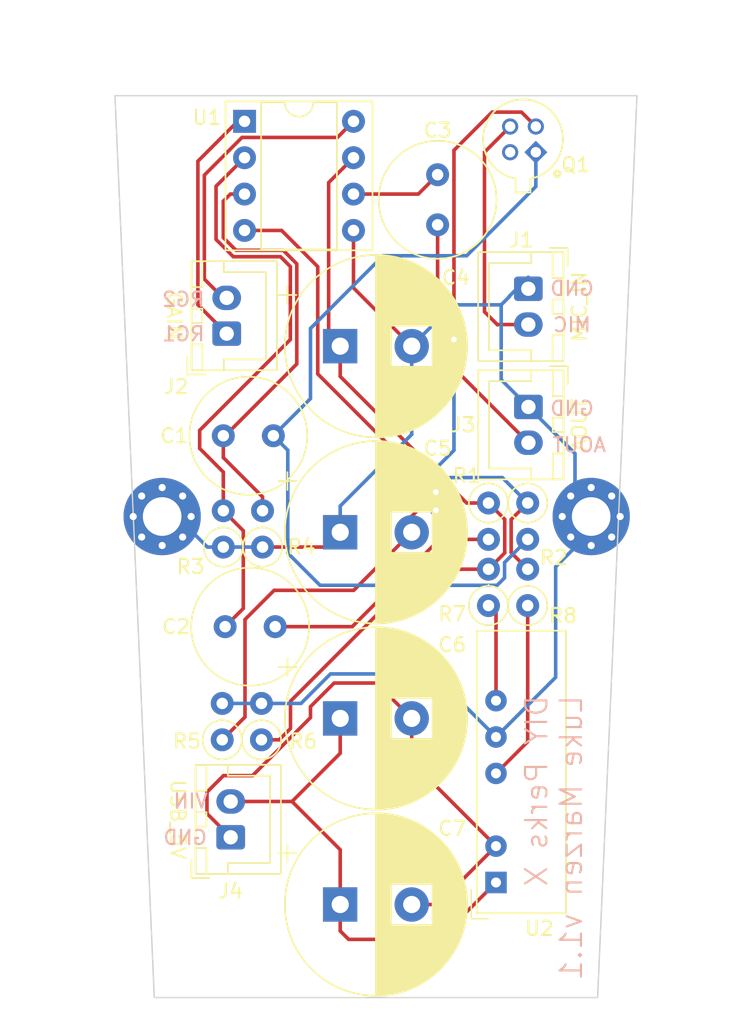
<source format=kicad_pcb>
(kicad_pcb (version 20211014) (generator pcbnew)
  (layers (0 "F.Cu" signal) (31 "B.Cu" signal) (34 "B.Paste" user) (35 "F.Paste" user) (36 "B.SilkS" user "B.Silkscreen") (37 "F.SilkS" user "F.Silkscreen") (38 "B.Mask" user) (39 "F.Mask" user) (44 "Edge.Cuts" user))
  (net 0 "")
  (net 1 "Net-(C1-Pad2)")
  (net 2 "Net-(C2-Pad2)")
  (net 3 "Net-(J1-Pad2)")
  (net 5 "Net-(R8-Pad1)")
  (net 6 "Net-(C5-Pad2)")
  (net 7 "Net-(R7-Pad1)")
  (net 8 "Net-(C4-Pad1)")
  (net 9 "GNDREF")
  (net 10 "Net-(C1-Pad1)")
  (net 11 "Net-(C2-Pad1)")
  (net 12 "Net-(J2-Pad1)")
  (net 13 "Net-(C3-Pad2)")
  (net 14 "Net-(J2-Pad2)")
  (net 15 "Net-(C6-Pad1)")
  (net 16 "Net-(C6-Pad2)")
  (net 17 "Net-(C3-Pad1)")
  (footprint "MountingHole:MountingHole_2.7mm_Pad_Via" (layer "F.Cu") (at 123.26 110.49)
    (fp_text reference "REF**" hide)
    (fp_text value "MountingHole_2.7mm_Pad_Via")
    (pad "1" thru_hole circle locked (at -1.431891 -1.431891) (size 0.8 0.8) (drill 0.5) (layers *.Cu *.Mask))
    (pad "1" thru_hole circle locked (at 2.025 0) (size 0.8 0.8) (drill 0.5) (layers *.Cu *.Mask))
    (pad "1" thru_hole circle locked (at 0 0) (size 5.4 5.4) (drill 2.7) (layers *.Cu *.Mask) (net 9 "GNDREF"))
    (pad "1" thru_hole circle locked (at 1.431891 -1.431891) (size 0.8 0.8) (drill 0.5) (layers *.Cu *.Mask))
    (pad "1" thru_hole circle locked (at 0 -2.025) (size 0.8 0.8) (drill 0.5) (layers *.Cu *.Mask))
    (pad "1" thru_hole circle locked (at -1.431891 1.431891) (size 0.8 0.8) (drill 0.5) (layers *.Cu *.Mask))
    (pad "1" thru_hole circle locked (at 1.431891 1.431891) (size 0.8 0.8) (drill 0.5) (layers *.Cu *.Mask))
    (pad "1" thru_hole circle locked (at -2.025 0) (size 0.8 0.8) (drill 0.5) (layers *.Cu *.Mask))
    (pad "1" thru_hole circle locked (at 0 2.025) (size 0.8 0.8) (drill 0.5) (layers *.Cu *.Mask))
  )
  (footprint "Package_DIP:DIP-8_W7.62mm_Socket" (layer "F.Cu") (at 99.0192 82.886)
    (fp_text reference "U1" (at -2.6262 -0.264) (layer "F.SilkS"))
    (fp_text value "THAT1512")
    (pad "1" thru_hole rect (at 0 0) (size 1.6 1.6) (drill 0.8) (layers *.Cu *.Mask) (net 12 "Net-(J2-Pad1)"))
    (pad "2" thru_hole oval (at 0 2.54) (size 1.6 1.6) (drill 0.8) (layers *.Cu *.Mask) (net 11 "Net-(C2-Pad1)"))
    (pad "3" thru_hole oval (at 0 5.08) (size 1.6 1.6) (drill 0.8) (layers *.Cu *.Mask) (net 10 "Net-(C1-Pad1)"))
    (pad "4" thru_hole oval (at 0 7.62) (size 1.6 1.6) (drill 0.8) (layers *.Cu *.Mask) (net 6 "Net-(C5-Pad2)"))
    (pad "5" thru_hole oval (at 7.62 7.62) (size 1.6 1.6) (drill 0.8) (layers *.Cu *.Mask) (net 9 "GNDREF"))
    (pad "6" thru_hole oval (at 7.62 5.08) (size 1.6 1.6) (drill 0.8) (layers *.Cu *.Mask) (net 13 "Net-(C3-Pad2)"))
    (pad "7" thru_hole oval (at 7.62 2.54) (size 1.6 1.6) (drill 0.8) (layers *.Cu *.Mask) (net 8 "Net-(C4-Pad1)"))
    (pad "8" thru_hole oval (at 7.62 0) (size 1.6 1.6) (drill 0.8) (layers *.Cu *.Mask) (net 14 "Net-(J2-Pad2)"))
  )
  (footprint "Resistor_THT:R_Axial_DIN0207_L6.3mm_D2.5mm_P2.54mm_Vertical" (layer "F.Cu") (at 116.0782 116.7088 90)
    (fp_text reference "R7" (at -0.5842 -2.5402) (layer "F.SilkS"))
    (fp_text value "100")
    (pad "1" thru_hole circle (at 0 0 90) (size 1.6 1.6) (drill 0.8) (layers *.Cu *.Mask) (net 7 "Net-(R7-Pad1)"))
    (pad "2" thru_hole oval (at 2.54 0 90) (size 1.6 1.6) (drill 0.8) (layers *.Cu *.Mask) (net 8 "Net-(C4-Pad1)"))
  )
  (footprint "Capacitor_THT:C_Radial_D8.0mm_H11.5mm_P3.50mm" (layer "F.Cu") (at 112.522 90.115 90)
    (fp_text reference "C3" (at 6.604 0) (layer "F.SilkS"))
    (fp_text value "22uf 35v")
    (pad "1" thru_hole circle (at 0 0 90) (size 1.6 1.6) (drill 0.8) (layers *.Cu *.Mask) (net 17 "Net-(C3-Pad1)"))
    (pad "2" thru_hole circle (at 3.5 0 90) (size 1.6 1.6) (drill 0.8) (layers *.Cu *.Mask) (net 13 "Net-(C3-Pad2)"))
  )
  (footprint "mic:TO127P584H533-4" (layer "F.Cu") (at 118.491 84.146 135)
    (fp_text reference "Q1" (at -3.86151 1.347038 180) (layer "F.SilkS"))
    (fp_text value "2N4416")
    (pad "1" thru_hole rect (at -1.27 0 135) (size 1.13 1.13) (drill 0.73) (layers *.Cu *.Mask) (net 1 "Net-(C1-Pad2)"))
    (pad "2" thru_hole circle (at 0 1.27 135) (size 1.13 1.13) (drill 0.73) (layers *.Cu *.Mask) (net 2 "Net-(C2-Pad2)"))
    (pad "3" thru_hole circle (at 1.27 0 135) (size 1.13 1.13) (drill 0.73) (layers *.Cu *.Mask) (net 3 "Net-(J1-Pad2)"))
    (pad "4" thru_hole circle (at 0 -1.27 135) (size 1.13 1.13) (drill 0.73) (layers *.Cu *.Mask))
  )
  (footprint "Connector_JST:JST_XH_B2B-XH-A_1x02_P2.50mm_Vertical" (layer "F.Cu") (at 118.872 102.835 -90)
    (fp_text reference "J3" (at 1.25 4.5636) (layer "F.SilkS"))
    (fp_text value "AUDIO_OUT")
    (pad "1" thru_hole roundrect (at 0 0 270) (size 1.7 2) (drill 1) (layers *.Cu *.Mask) (roundrect_rratio 0.1470588235) (net 9 "GNDREF"))
    (pad "2" thru_hole oval (at 2.5 0 270) (size 1.7 2) (drill 1) (layers *.Cu *.Mask) (net 17 "Net-(C3-Pad1)"))
  )
  (footprint "Connector_JST:JST_XH_B2B-XH-A_1x02_P2.50mm_Vertical" (layer "F.Cu") (at 118.8636 94.58 -90)
    (fp_text reference "J1" (at -3.4036 0.4996) (layer "F.SilkS"))
    (fp_text value "MIC_IN")
    (pad "1" thru_hole roundrect (at 0 0 270) (size 1.7 2) (drill 1) (layers *.Cu *.Mask) (roundrect_rratio 0.1470588235) (net 9 "GNDREF"))
    (pad "2" thru_hole oval (at 2.5 0 270) (size 1.7 2) (drill 1) (layers *.Cu *.Mask) (net 3 "Net-(J1-Pad2)"))
  )
  (footprint "Resistor_THT:R_Axial_DIN0207_L6.3mm_D2.5mm_P2.54mm_Vertical" (layer "F.Cu") (at 116.078 109.546 -90)
    (fp_text reference "R1" (at -1.905 1.524) (layer "F.SilkS"))
    (fp_text value "2.2k")
    (pad "1" thru_hole circle (at 0 0 270) (size 1.6 1.6) (drill 0.8) (layers *.Cu *.Mask) (net 8 "Net-(C4-Pad1)"))
    (pad "2" thru_hole oval (at 2.54 0 270) (size 1.6 1.6) (drill 0.8) (layers *.Cu *.Mask) (net 2 "Net-(C2-Pad2)"))
  )
  (footprint "Capacitor_THT:C_Radial_D8.0mm_H11.5mm_P3.50mm" (layer "F.Cu") (at 97.536 104.847)
    (fp_text reference "C1" (at -3.429 0) (layer "F.SilkS"))
    (fp_text value "22uf 35v")
    (pad "1" thru_hole circle (at 0 0) (size 1.6 1.6) (drill 0.8) (layers *.Cu *.Mask) (net 10 "Net-(C1-Pad1)"))
    (pad "2" thru_hole circle (at 3.5 0) (size 1.6 1.6) (drill 0.8) (layers *.Cu *.Mask) (net 1 "Net-(C1-Pad2)"))
  )
  (footprint "MountingHole:MountingHole_2.7mm_Pad_Via" (layer "F.Cu") (at 93.26 110.49)
    (fp_text reference "REF**" hide)
    (fp_text value "MountingHole_2.7mm_Pad_Via")
    (pad "1" thru_hole circle locked (at 0 0) (size 5.4 5.4) (drill 2.7) (layers *.Cu *.Mask) (net 9 "GNDREF"))
    (pad "1" thru_hole circle locked (at 0 2.025) (size 0.8 0.8) (drill 0.5) (layers *.Cu *.Mask))
    (pad "1" thru_hole circle locked (at 2.025 0) (size 0.8 0.8) (drill 0.5) (layers *.Cu *.Mask))
    (pad "1" thru_hole circle locked (at 0 -2.025) (size 0.8 0.8) (drill 0.5) (layers *.Cu *.Mask))
    (pad "1" thru_hole circle locked (at 1.431891 -1.431891) (size 0.8 0.8) (drill 0.5) (layers *.Cu *.Mask))
    (pad "1" thru_hole circle locked (at 1.431891 1.431891) (size 0.8 0.8) (drill 0.5) (layers *.Cu *.Mask))
    (pad "1" thru_hole circle locked (at -1.431891 -1.431891) (size 0.8 0.8) (drill 0.5) (layers *.Cu *.Mask))
    (pad "1" thru_hole circle locked (at -1.431891 1.431891) (size 0.8 0.8) (drill 0.5) (layers *.Cu *.Mask))
    (pad "1" thru_hole circle locked (at -2.025 0) (size 0.8 0.8) (drill 0.5) (layers *.Cu *.Mask))
  )
  (footprint "Connector_JST:JST_XH_B2B-XH-A_1x02_P2.50mm_Vertical" (layer "F.Cu") (at 98.0524 132.894 90)
    (fp_text reference "J4" (at -3.7538 -0.0084) (layer "F.SilkS"))
    (fp_text value "5v USB")
    (pad "1" thru_hole roundrect (at 0 0 90) (size 1.7 2) (drill 1) (layers *.Cu *.Mask) (roundrect_rratio 0.1470588235) (net 16 "Net-(C6-Pad2)"))
    (pad "2" thru_hole oval (at 2.5 0 90) (size 1.7 2) (drill 1) (layers *.Cu *.Mask) (net 15 "Net-(C6-Pad1)"))
  )
  (footprint "Capacitor_THT:CP_Radial_D12.5mm_P5.00mm" (layer "F.Cu") (at 105.71 98.59)
    (fp_text reference "C4" (at 8.082 -4.792) (layer "F.SilkS"))
    (fp_text value "2200uf 16v")
    (pad "1" thru_hole rect (at 0 0) (size 2.4 2.4) (drill 1.2) (layers *.Cu *.Mask) (net 8 "Net-(C4-Pad1)"))
    (pad "2" thru_hole circle (at 5 0) (size 2.4 2.4) (drill 1.2) (layers *.Cu *.Mask) (net 9 "GNDREF"))
  )
  (footprint "Capacitor_THT:C_Radial_D8.0mm_H11.5mm_P3.50mm" (layer "F.Cu") (at 97.663 118.182)
    (fp_text reference "C2" (at -3.429 0) (layer "F.SilkS"))
    (fp_text value "22uf 35v")
    (pad "1" thru_hole circle (at 0 0) (size 1.6 1.6) (drill 0.8) (layers *.Cu *.Mask) (net 11 "Net-(C2-Pad1)"))
    (pad "2" thru_hole circle (at 3.5 0) (size 1.6 1.6) (drill 0.8) (layers *.Cu *.Mask) (net 2 "Net-(C2-Pad2)"))
  )
  (footprint "Capacitor_THT:CP_Radial_D12.5mm_P5.00mm" (layer "F.Cu") (at 105.71 111.59)
    (fp_text reference "C5" (at 6.812 -5.854) (layer "F.SilkS"))
    (fp_text value "2200uf 16v")
    (pad "1" thru_hole rect (at 0 0) (size 2.4 2.4) (drill 1.2) (layers *.Cu *.Mask) (net 9 "GNDREF"))
    (pad "2" thru_hole circle (at 5 0) (size 2.4 2.4) (drill 1.2) (layers *.Cu *.Mask) (net 6 "Net-(C5-Pad2)"))
  )
  (footprint "Resistor_THT:R_Axial_DIN0207_L6.3mm_D2.5mm_P2.54mm_Vertical" (layer "F.Cu") (at 118.8212 116.7088 90)
    (fp_text reference "R8" (at -0.7112 2.4638) (layer "F.SilkS"))
    (fp_text value "100")
    (pad "1" thru_hole circle (at 0 0 90) (size 1.6 1.6) (drill 0.8) (layers *.Cu *.Mask) (net 5 "Net-(R8-Pad1)"))
    (pad "2" thru_hole oval (at 2.54 0 90) (size 1.6 1.6) (drill 0.8) (layers *.Cu *.Mask) (net 6 "Net-(C5-Pad2)"))
  )
  (footprint "Converter_DCDC:Converter_DCDC_Murata_NMAxxxxSC_THT" (layer "F.Cu") (at 116.6045 136.0515 180)
    (fp_text reference "U2" (at -3.0295 -3.2125) (layer "F.SilkS"))
    (fp_text value "NMA0515SC")
    (pad "1" thru_hole rect (at 0 0 180) (size 1.5 1.5) (drill 0.7) (layers *.Cu *.Mask) (net 15 "Net-(C6-Pad1)"))
    (pad "2" thru_hole oval (at 0 2.54 180) (size 1.5 1.5) (drill 0.7) (layers *.Cu *.Mask) (net 16 "Net-(C6-Pad2)"))
    (pad "4" thru_hole oval (at 0 7.62 180) (size 1.5 1.5) (drill 0.7) (layers *.Cu *.Mask) (net 5 "Net-(R8-Pad1)"))
    (pad "5" thru_hole oval (at 0 10.16 180) (size 1.5 1.5) (drill 0.7) (layers *.Cu *.Mask) (net 9 "GNDREF"))
    (pad "6" thru_hole oval (at 0 12.7 180) (size 1.5 1.5) (drill 0.7) (layers *.Cu *.Mask) (net 7 "Net-(R7-Pad1)"))
  )
  (footprint "Capacitor_THT:CP_Radial_D12.5mm_P5.00mm" (layer "F.Cu") (at 105.71 137.59)
    (fp_text reference "C7" (at 7.828 -5.311) (layer "F.SilkS"))
    (fp_text value "2200uf 16v")
    (pad "1" thru_hole rect (at 0 0) (size 2.4 2.4) (drill 1.2) (layers *.Cu *.Mask) (net 15 "Net-(C6-Pad1)"))
    (pad "2" thru_hole circle (at 5 0) (size 2.4 2.4) (drill 1.2) (layers *.Cu *.Mask) (net 16 "Net-(C6-Pad2)"))
  )
  (footprint "Resistor_THT:R_Axial_DIN0207_L6.3mm_D2.5mm_P2.54mm_Vertical" (layer "F.Cu") (at 100.2792 112.623 90)
    (fp_text reference "R4" (at 0.029 2.7178) (layer "F.SilkS"))
    (fp_text value "3.9k")
    (pad "1" thru_hole circle (at 0 0 90) (size 1.6 1.6) (drill 0.8) (layers *.Cu *.Mask) (net 9 "GNDREF"))
    (pad "2" thru_hole oval (at 2.54 0 90) (size 1.6 1.6) (drill 0.8) (layers *.Cu *.Mask) (net 10 "Net-(C1-Pad1)"))
  )
  (footprint "Resistor_THT:R_Axial_DIN0207_L6.3mm_D2.5mm_P2.54mm_Vertical" (layer "F.Cu") (at 97.536 112.623 90)
    (fp_text reference "R3" (at -1.368 -2.286) (layer "F.SilkS"))
    (fp_text value "3.9k")
    (pad "1" thru_hole circle (at 0 0 90) (size 1.6 1.6) (drill 0.8) (layers *.Cu *.Mask) (net 9 "GNDREF"))
    (pad "2" thru_hole oval (at 2.54 0 90) (size 1.6 1.6) (drill 0.8) (layers *.Cu *.Mask) (net 11 "Net-(C2-Pad1)"))
  )
  (footprint "Resistor_THT:R_Axial_DIN0207_L6.3mm_D2.5mm_P2.54mm_Vertical" (layer "F.Cu") (at 100.203 126.085 90)
    (fp_text reference "R6" (at -0.098 2.921) (layer "F.SilkS"))
    (fp_text value "2.2k")
    (pad "1" thru_hole circle (at 0 0 90) (size 1.6 1.6) (drill 0.8) (layers *.Cu *.Mask) (net 8 "Net-(C4-Pad1)"))
    (pad "2" thru_hole oval (at 2.54 0 90) (size 1.6 1.6) (drill 0.8) (layers *.Cu *.Mask) (net 9 "GNDREF"))
  )
  (footprint "Resistor_THT:R_Axial_DIN0207_L6.3mm_D2.5mm_P2.54mm_Vertical" (layer "F.Cu") (at 118.8212 109.5424 -90)
    (fp_text reference "R2" (at 3.8136 -1.8288) (layer "F.SilkS"))
    (fp_text value "2.2k")
    (pad "1" thru_hole circle (at 0 0 270) (size 1.6 1.6) (drill 0.8) (layers *.Cu *.Mask) (net 6 "Net-(C5-Pad2)"))
    (pad "2" thru_hole oval (at 2.54 0 270) (size 1.6 1.6) (drill 0.8) (layers *.Cu *.Mask) (net 1 "Net-(C1-Pad2)"))
  )
  (footprint "Connector_JST:JST_XH_B2B-XH-A_1x02_P2.50mm_Vertical" (layer "F.Cu") (at 97.773 97.715 90)
    (fp_text reference "J2" (at -3.703 -3.539) (layer "F.SilkS"))
    (fp_text value "GAIN")
    (pad "1" thru_hole roundrect (at 0 0 90) (size 1.7 2) (drill 1) (layers *.Cu *.Mask) (roundrect_rratio 0.1470588235) (net 12 "Net-(J2-Pad1)"))
    (pad "2" thru_hole oval (at 2.5 0 90) (size 1.7 2) (drill 1) (layers *.Cu *.Mask) (net 14 "Net-(J2-Pad2)"))
  )
  (footprint "Capacitor_THT:CP_Radial_D12.5mm_P5.00mm" (layer "F.Cu") (at 105.71 124.59)
    (fp_text reference "C6" (at 7.828 -5.138) (layer "F.SilkS"))
    (fp_text value "2200uf 16v")
    (pad "1" thru_hole rect (at 0 0) (size 2.4 2.4) (drill 1.2) (layers *.Cu *.Mask) (net 15 "Net-(C6-Pad1)"))
    (pad "2" thru_hole circle (at 5 0) (size 2.4 2.4) (drill 1.2) (layers *.Cu *.Mask) (net 16 "Net-(C6-Pad2)"))
  )
  (footprint "Resistor_THT:R_Axial_DIN0207_L6.3mm_D2.5mm_P2.54mm_Vertical" (layer "F.Cu") (at 97.46 126.085 90)
    (fp_text reference "R5" (at -0.098 -2.464) (layer "F.SilkS"))
    (fp_text value "2.2k")
    (pad "1" thru_hole circle (at 0 0 90) (size 1.6 1.6) (drill 0.8) (layers *.Cu *.Mask) (net 6 "Net-(C5-Pad2)"))
    (pad "2" thru_hole oval (at 2.54 0 90) (size 1.6 1.6) (drill 0.8) (layers *.Cu *.Mask) (net 9 "GNDREF"))
  )
  (gr_line locked (start 89.96 81.09) (end 126.46 81.09) (layer "Edge.Cuts") (width 0.1))
  (gr_line locked (start 126.46 81.09) (end 123.71 144.09) (layer "Edge.Cuts") (width 0.1))
  (gr_line locked (start 123.71 144.09) (end 92.71 144.09) (layer "Edge.Cuts") (width 0.1))
  (gr_line locked (start 92.71 144.09) (end 89.96 81.09) (layer "Edge.Cuts") (width 0.1))
  (gr_text "GND" (at 121.92 102.942) (layer "B.SilkS") (effects (font (size 1 1)) (justify mirror)))
  (gr_text "RG2" (at 94.742 95.322) (layer "B.SilkS") (effects (font (size 1 1)) (justify mirror)))
  (gr_text "GND" (at 121.92 94.56) (layer "B.SilkS") (effects (font (size 1 1)) (justify mirror)))
  (gr_text "MIC" (at 121.92 97.1) (layer "B.SilkS") (effects (font (size 1 1)) (justify mirror)))
  (gr_text "DIY Perks X \nLuke Marzen v1.1" (at 120.65 122.881 90) (layer "B.SilkS") (effects (font (size 1.5 1.5)) (justify left mirror)))
  (gr_text "GND" (at 94.869 132.914) (layer "B.SilkS") (effects (font (size 1 1)) (justify mirror)))
  (gr_text "AOUT" (at 122.428 105.482) (layer "B.SilkS") (effects (font (size 1 1)) (justify mirror)))
  (gr_text "RG1" (at 94.742 97.735) (layer "B.SilkS") (effects (font (size 1 1)) (justify mirror)))
  (gr_text "VIN" (at 95.25 130.374) (layer "B.SilkS") (effects (font (size 1 1)) (justify mirror)))
  (gr_text "AOUT" (at 122.428 104.085 90) (layer "F.SilkS") (effects (font (size 1 1))))
  (gr_text "GAIN" (at 94.107 96.465 -90) (layer "F.SilkS") (effects (font (size 1 1))))
  (gr_text "USB_5V" (at 94.361 131.644 -90) (layer "F.SilkS") (effects (font (size 1 1))))
  (gr_text "MIC_IN" (at 122.428 95.83 90) (layer "F.SilkS") (effects (font (size 1 1))))
  (segment (start 117.2032 113.7004) (end 117.2032 114.7708) (width 0.25) (layer "B.Cu") (net 1))
  (segment (start 104.2998 115.2938) (end 102.0445 113.0385) (width 0.25) (layer "B.Cu") (net 1))
  (segment (start 102.0445 105.8555) (end 101.036 104.847) (width 0.25) (layer "B.Cu") (net 1))
  (segment (start 117.2032 114.7708) (end 116.6802 115.2938) (width 0.25) (layer "B.Cu") (net 1))
  (segment (start 101.036 104.847) (end 103.632 102.251) (width 0.25) (layer "B.Cu") (net 1))
  (segment (start 108.712 92.274) (end 114.554 92.274) (width 0.25) (layer "B.Cu") (net 1))
  (segment (start 116.6802 115.2938) (end 104.2998 115.2938) (width 0.25) (layer "B.Cu") (net 1))
  (segment (start 103.632 102.251) (end 103.632 97.354) (width 0.25) (layer "B.Cu") (net 1))
  (segment (start 118.8212 112.0824) (end 117.2032 113.7004) (width 0.25) (layer "B.Cu") (net 1))
  (segment (start 103.632 97.354) (end 108.712 92.274) (width 0.25) (layer "B.Cu") (net 1))
  (segment (start 102.0445 113.0385) (end 102.0445 105.8555) (width 0.25) (layer "B.Cu") (net 1))
  (segment (start 119.389026 87.438974) (end 119.389026 85.044026) (width 0.25) (layer "B.Cu") (net 1))
  (segment (start 114.554 92.274) (end 119.389026 87.438974) (width 0.25) (layer "B.Cu") (net 1))
  (segment (start 101.163 118.182) (end 106.553 118.182) (width 0.25) (layer "F.Cu") (net 2))
  (segment (start 118.382052 82.241) (end 119.389026 83.247974) (width 0.25) (layer "F.Cu") (net 2))
  (segment (start 113.665 84.908) (end 116.332 82.241) (width 0.25) (layer "F.Cu") (net 2))
  (segment (start 106.68 118.055) (end 112.649 112.086) (width 0.25) (layer "F.Cu") (net 2))
  (segment (start 106.553 118.182) (end 106.68 118.055) (width 0.25) (layer "F.Cu") (net 2))
  (segment (start 112.649 110.308) (end 112.649 112.086) (width 0.25) (layer "F.Cu") (net 2))
  (segment (start 113.665 98.116) (end 113.665 84.908) (width 0.25) (layer "F.Cu") (net 2))
  (segment (start 116.332 82.241) (end 118.382052 82.241) (width 0.25) (layer "F.Cu") (net 2))
  (segment (start 112.395 110.054) (end 112.649 110.308) (width 0.25) (layer "F.Cu") (net 2))
  (segment (start 116.078 112.086) (end 112.649 112.086) (width 0.25) (layer "F.Cu") (net 2))
  (via (at 112.395 110.054) (size 0.8) (drill 0.4) (layers "F.Cu" "B.Cu") (net 2))
  (via (at 113.665 98.116) (size 0.8) (drill 0.4) (layers "F.Cu" "B.Cu") (net 2))
  (segment (start 111.252 108.276) (end 113.665 105.863) (width 0.25) (layer "B.Cu") (net 2))
  (segment (start 112.395 110.054) (end 111.252 108.911) (width 0.25) (layer "B.Cu") (net 2))
  (segment (start 111.252 108.911) (end 111.252 108.276) (width 0.25) (layer "B.Cu") (net 2))
  (segment (start 113.665 105.863) (end 113.665 98.116) (width 0.25) (layer "B.Cu") (net 2))
  (segment (start 115.7986 85.042348) (end 115.7986 96.1856) (width 0.25) (layer "F.Cu") (net 3))
  (segment (start 116.733 97.08) (end 118.8636 97.08) (width 0.25) (layer "F.Cu") (net 3))
  (segment (start 115.7986 96.1856) (end 116.713 97.1) (width 0.25) (layer "F.Cu") (net 3))
  (segment (start 117.592974 83.247974) (end 115.7986 85.042348) (width 0.25) (layer "F.Cu") (net 3))
  (segment (start 116.713 97.1) (end 116.733 97.08) (width 0.25) (layer "F.Cu") (net 3))
  (segment (start 118.8212 126.2148) (end 118.8212 116.7088) (width 0.25) (layer "F.Cu") (net 5))
  (segment (start 116.6045 128.4315) (end 118.8212 126.2148) (width 0.25) (layer "F.Cu") (net 5))
  (segment (start 101.61 90.506) (end 99.0192 90.506) (width 0.25) (layer "F.Cu") (net 6))
  (segment (start 117.664802 113.012402) (end 118.8212 114.1688) (width 0.25) (layer "F.Cu") (net 6))
  (segment (start 106.658 115.642) (end 110.71 111.59) (width 0.25) (layer "F.Cu") (net 6))
  (segment (start 104.14 100.529) (end 104.14 93.036) (width 0.25) (layer "F.Cu") (net 6))
  (segment (start 117.664802 113.012402) (end 117.664802 110.698798) (width 0.25) (layer "F.Cu") (net 6))
  (segment (start 110.71 111.59) (end 110.71 110.469) (width 0.25) (layer "F.Cu") (net 6))
  (segment (start 97.46 126.085) (end 99.0526 124.4924) (width 0.25) (layer "F.Cu") (net 6))
  (segment (start 99.0526 117.6814) (end 101.092 115.642) (width 0.25) (layer "F.Cu") (net 6))
  (segment (start 101.092 115.642) (end 106.658 115.642) (width 0.25) (layer "F.Cu") (net 6))
  (segment (start 104.14 93.036) (end 101.61 90.506) (width 0.25) (layer "F.Cu") (net 6))
  (segment (start 99.0526 124.4924) (end 99.0526 117.6814) (width 0.25) (layer "F.Cu") (net 6))
  (segment (start 117.664802 110.698798) (end 118.8212 109.5424) (width 0.25) (layer "F.Cu") (net 6))
  (segment (start 110.71 110.469) (end 112.395 108.784) (width 0.25) (layer "F.Cu") (net 6))
  (segment (start 112.395 108.784) (end 104.14 100.529) (width 0.25) (layer "F.Cu") (net 6))
  (via (at 112.395 108.784) (size 0.8) (drill 0.4) (layers "F.Cu" "B.Cu") (net 6))
  (segment (start 112.395 108.784) (end 113.411 107.768) (width 0.25) (layer "B.Cu") (net 6))
  (segment (start 117.0468 107.768) (end 118.8212 109.5424) (width 0.25) (layer "B.Cu") (net 6))
  (segment (start 113.411 107.768) (end 117.0468 107.768) (width 0.25) (layer "B.Cu") (net 6))
  (segment (start 116.6045 117.2351) (end 116.0782 116.7088) (width 0.25) (layer "F.Cu") (net 7))
  (segment (start 116.6045 123.3515) (end 116.6045 117.2351) (width 0.25) (layer "F.Cu") (net 7))
  (segment (start 102.235 125.294) (end 101.444 126.085) (width 0.25) (layer "F.Cu") (net 8))
  (segment (start 114.554 109.546) (end 116.078 109.546) (width 0.25) (layer "F.Cu") (net 8))
  (segment (start 102.235 123.389) (end 102.235 125.294) (width 0.25) (layer "F.Cu") (net 8))
  (segment (start 111.4552 114.1688) (end 102.235 123.389) (width 0.25) (layer "F.Cu") (net 8))
  (segment (start 117.214802 113.032198) (end 116.0782 114.1688) (width 0.25) (layer "F.Cu") (net 8))
  (segment (start 106.6392 85.426) (end 104.902 87.1632) (width 0.25) (layer "F.Cu") (net 8))
  (segment (start 105.71 98.59) (end 105.71 100.702) (width 0.25) (layer "F.Cu") (net 8))
  (segment (start 116.078 109.546) (end 117.214802 110.682802) (width 0.25) (layer "F.Cu") (net 8))
  (segment (start 117.214802 110.682802) (end 117.214802 113.032198) (width 0.25) (layer "F.Cu") (net 8))
  (segment (start 104.902 97.782) (end 105.71 98.59) (width 0.25) (layer "F.Cu") (net 8))
  (segment (start 104.902 87.1632) (end 104.902 97.782) (width 0.25) (layer "F.Cu") (net 8))
  (segment (start 105.71 100.702) (end 114.554 109.546) (width 0.25) (layer "F.Cu") (net 8))
  (segment (start 111.4552 114.1688) (end 116.0782 114.1688) (width 0.25) (layer "F.Cu") (net 8))
  (segment (start 101.444 126.085) (end 100.203 126.085) (width 0.25) (layer "F.Cu") (net 8))
  (segment (start 100.2792 112.623) (end 104.677 112.623) (width 0.25) (layer "F.Cu") (net 9))
  (segment (start 104.677 112.623) (end 105.71 111.59) (width 0.25) (layer "F.Cu") (net 9))
  (segment (start 106.6392 94.5192) (end 110.71 98.59) (width 0.25) (layer "F.Cu") (net 9))
  (segment (start 106.6392 90.506) (end 106.6392 94.5192) (width 0.25) (layer "F.Cu") (net 9))
  (segment (start 105.71 109.754) (end 105.71 111.59) (width 0.25) (layer "B.Cu") (net 9))
  (segment (start 123.26 111.489695) (end 122.553109 112.196586) (width 0.25) (layer "B.Cu") (net 9))
  (segment (start 116.967 100.93) (end 118.872 102.835) (width 0.25) (layer "B.Cu") (net 9))
  (segment (start 122.553109 109.783109) (end 123.26 110.49) (width 0.25) (layer "B.Cu") (net 9))
  (segment (start 105.029 121.484) (end 112.197 121.484) (width 0.25) (layer "B.Cu") (net 9))
  (segment (start 100.203 123.545) (end 102.968 123.545) (width 0.25) (layer "B.Cu") (net 9))
  (segment (start 120.777 121.719) (end 116.6045 125.8915) (width 0.25) (layer "B.Cu") (net 9))
  (segment (start 97.46 123.545) (end 100.203 123.545) (width 0.25) (layer "B.Cu") (net 9))
  (segment (start 122.553109 108.757804) (end 122.553109 109.783109) (width 0.25) (layer "B.Cu") (net 9))
  (segment (start 110.71 104.754) (end 110.71 98.59) (width 0.25) (layer "B.Cu") (net 9))
  (segment (start 112.197 121.484) (end 116.6045 125.8915) (width 0.25) (layer "B.Cu") (net 9))
  (segment (start 122.128414 106.091414) (end 122.128414 108.333109) (width 0.25) (layer "B.Cu") (net 9))
  (segment (start 109.474 105.99) (end 105.71 109.754) (width 0.25) (layer "B.Cu") (net 9))
  (segment (start 97.536 112.623) (end 100.2792 112.623) (width 0.25) (layer "B.Cu") (net 9))
  (segment (start 109.474 105.99) (end 110.71 104.754) (width 0.25) (layer "B.Cu") (net 9))
  (segment (start 123.26 110.49) (end 123.26 111.489695) (width 0.25) (layer "B.Cu") (net 9))
  (segment (start 122.553109 112.196586) (end 122.553109 112.222196) (width 0.25) (layer "B.Cu") (net 9))
  (segment (start 96.418305 112.623) (end 94.992196 111.196891) (width 0.25) (layer "B.Cu") (net 9))
  (segment (start 118.872 102.835) (end 122.128414 106.091414) (width 0.25) (layer "B.Cu") (net 9))
  (segment (start 93.966891 111.196891) (end 93.26 110.49) (width 0.25) (layer "B.Cu") (net 9))
  (segment (start 117.5386 95.1314) (end 116.967 95.703) (width 0.25) (layer "B.Cu") (net 9))
  (segment (start 122.553109 112.222196) (end 120.777 113.998305) (width 0.25) (layer "B.Cu") (net 9))
  (segment (start 116.967 95.703) (end 116.967 100.93) (width 0.25) (layer "B.Cu") (net 9))
  (segment (start 117.5386 95.0976) (end 117.5386 95.1314) (width 0.25) (layer "B.Cu") (net 9))
  (segment (start 118.8636 93.7726) (end 117.5386 95.0976) (width 0.25) (layer "B.Cu") (net 9))
  (segment (start 102.968 123.545) (end 105.029 121.484) (width 0.25) (layer "B.Cu") (net 9))
  (segment (start 122.128414 108.333109) (end 122.553109 108.757804) (width 0.25) (layer "B.Cu") (net 9))
  (segment (start 113.597 95.703) (end 110.71 98.59) (width 0.25) (layer "B.Cu") (net 9))
  (segment (start 94.992196 111.196891) (end 93.966891 111.196891) (width 0.25) (layer "B.Cu") (net 9))
  (segment (start 120.777 113.998305) (end 120.777 121.719) (width 0.25) (layer "B.Cu") (net 9))
  (segment (start 116.967 95.703) (end 113.597 95.703) (width 0.25) (layer "B.Cu") (net 9))
  (segment (start 97.536 112.623) (end 96.418305 112.623) (width 0.25) (layer "B.Cu") (net 9))
  (segment (start 98.034 87.966) (end 97.536 88.464) (width 0.25) (layer "F.Cu") (net 10))
  (segment (start 97.536 106.371) (end 97.536 104.847) (width 0.25) (layer "F.Cu") (net 10))
  (segment (start 102.674 92.841396) (end 102.674 99.836) (width 0.25) (layer "F.Cu") (net 10))
  (segment (start 101.725604 91.893) (end 102.674 92.841396) (width 0.25) (layer "F.Cu") (net 10))
  (segment (start 100.2792 109.1142) (end 97.536 106.371) (width 0.25) (layer "F.Cu") (net 10))
  (segment (start 97.536 91.004) (end 98.425 91.893) (width 0.25) (layer "F.Cu") (net 10))
  (segment (start 99.0192 87.966) (end 98.034 87.966) (width 0.25) (layer "F.Cu") (net 10))
  (segment (start 97.536 104.847) (end 97.663 104.847) (width 0.25) (layer "F.Cu") (net 10))
  (segment (start 98.425 91.893) (end 101.725604 91.893) (width 0.25) (layer "F.Cu") (net 10))
  (segment (start 100.2792 110.083) (end 100.2792 109.1142) (width 0.25) (layer "F.Cu") (net 10))
  (segment (start 97.536 88.464) (end 97.536 91.004) (width 0.25) (layer "F.Cu") (net 10))
  (segment (start 97.663 104.847) (end 102.674 99.836) (width 0.25) (layer "F.Cu") (net 10))
  (segment (start 101.539208 92.343) (end 98.238604 92.343) (width 0.25) (layer "F.Cu") (net 11))
  (segment (start 95.885 104.466) (end 102.224 98.127) (width 0.25) (layer "F.Cu") (net 11))
  (segment (start 97.536 110.083) (end 97.536 107.387) (width 0.25) (layer "F.Cu") (net 11))
  (segment (start 97.663 118.182) (end 98.933 116.912) (width 0.25) (layer "F.Cu") (net 11))
  (segment (start 98.933 116.912) (end 98.933 111.48) (width 0.25) (layer "F.Cu") (net 11))
  (segment (start 97.028 87.4172) (end 99.0192 85.426) (width 0.25) (layer "F.Cu") (net 11))
  (segment (start 98.238604 92.343) (end 97.028 91.132396) (width 0.25) (layer "F.Cu") (net 11))
  (segment (start 97.028 91.132396) (end 97.028 87.4172) (width 0.25) (layer "F.Cu") (net 11))
  (segment (start 102.224 93.027792) (end 101.539208 92.343) (width 0.25) (layer "F.Cu") (net 11))
  (segment (start 102.224 98.127) (end 102.224 93.027792) (width 0.25) (layer "F.Cu") (net 11))
  (segment (start 95.885 105.736) (end 95.885 104.466) (width 0.25) (layer "F.Cu") (net 11))
  (segment (start 98.933 111.48) (end 97.536 110.083) (width 0.25) (layer "F.Cu") (net 11))
  (segment (start 97.536 107.387) (end 95.885 105.736) (width 0.25) (layer "F.Cu") (net 11))
  (segment (start 95.758 95.7) (end 97.773 97.715) (width 0.25) (layer "F.Cu") (net 12))
  (segment (start 99.0192 82.886) (end 98.542 82.886) (width 0.25) (layer "F.Cu") (net 12))
  (segment (start 95.758 85.67) (end 95.758 95.7) (width 0.25) (layer "F.Cu") (net 12))
  (segment (start 98.542 82.886) (end 95.758 85.67) (width 0.25) (layer "F.Cu") (net 12))
  (segment (start 106.6392 87.966) (end 111.171 87.966) (width 0.25) (layer "F.Cu") (net 13))
  (segment (start 111.171 87.966) (end 112.522 86.615) (width 0.25) (layer "F.Cu") (net 13))
  (segment (start 96.208 86.646209) (end 98.843209 84.011) (width 0.25) (layer "F.Cu") (net 14))
  (segment (start 96.208 93.904) (end 97.519 95.215) (width 0.25) (layer "F.Cu") (net 14))
  (segment (start 98.843209 84.011) (end 105.5142 84.011) (width 0.25) (layer "F.Cu") (net 14))
  (segment (start 105.5142 84.011) (end 106.6392 82.886) (width 0.25) (layer "F.Cu") (net 14))
  (segment (start 96.208 93.904) (end 96.208 86.646209) (width 0.25) (layer "F.Cu") (net 14))
  (segment (start 97.519 95.215) (end 97.773 95.215) (width 0.25) (layer "F.Cu") (net 14))
  (segment (start 98.0524 130.394) (end 102.342 130.394) (width 0.25) (layer "F.Cu") (net 15))
  (segment (start 105.71 127.026) (end 105.71 124.59) (width 0.25) (layer "F.Cu") (net 15))
  (segment (start 105.71 137.59) (end 105.71 139.437) (width 0.25) (layer "F.Cu") (net 15))
  (segment (start 105.71 137.59) (end 105.71 133.762) (width 0.25) (layer "F.Cu") (net 15))
  (segment (start 105.71 139.437) (end 106.299 140.026) (width 0.25) (layer "F.Cu") (net 15))
  (segment (start 106.299 140.026) (end 112.63 140.026) (width 0.25) (layer "F.Cu") (net 15))
  (segment (start 105.71 133.762) (end 102.342 130.394) (width 0.25) (layer "F.Cu") (net 15))
  (segment (start 102.362 130.374) (end 105.71 127.026) (width 0.25) (layer "F.Cu") (net 15))
  (segment (start 102.342 130.394) (end 102.362 130.374) (width 0.25) (layer "F.Cu") (net 15))
  (segment (start 112.63 140.026) (end 116.6045 136.0515) (width 0.25) (layer "F.Cu") (net 15))
  (segment (start 96.393 131.2346) (end 98.0524 132.894) (width 0.25) (layer "F.Cu") (net 16))
  (segment (start 105.283 122.119) (end 103.632 123.77) (width 0.25) (layer "F.Cu") (net 16))
  (segment (start 103.632 123.77) (end 103.632 124.533396) (width 0.25) (layer "F.Cu") (net 16))
  (segment (start 97.5444 128.5876) (end 96.393 129.739) (width 0.25) (layer "F.Cu") (net 16))
  (segment (start 110.71 124.59) (end 108.239 122.119) (width 0.25) (layer "F.Cu") (net 16))
  (segment (start 96.393 129.739) (end 96.393 131.2346) (width 0.25) (layer "F.Cu") (net 16))
  (segment (start 99.577796 128.5876) (end 97.5444 128.5876) (width 0.25) (layer "F.Cu") (net 16))
  (segment (start 108.239 122.119) (end 105.283 122.119) (width 0.25) (layer "F.Cu") (net 16))
  (segment (start 112.526 137.59) (end 116.6045 133.5115) (width 0.25) (layer "F.Cu") (net 16))
  (segment (start 110.71 137.59) (end 112.526 137.59) (width 0.25) (layer "F.Cu") (net 16))
  (segment (start 110.71 127.617) (end 116.6045 133.5115) (width 0.25) (layer "F.Cu") (net 16))
  (segment (start 110.71 124.59) (end 110.71 127.617) (width 0.25) (layer "F.Cu") (net 16))
  (segment (start 103.632 124.533396) (end 99.577796 128.5876) (width 0.25) (layer "F.Cu") (net 16))
  (segment (start 112.522 98.497) (end 112.4997 98.5193) (width 0.25) (layer "F.Cu") (net 17))
  (segment (start 112.4997 98.5193) (end 112.4997 98.9627) (width 0.25) (layer "F.Cu") (net 17))
  (segment (start 112.522 90.115) (end 112.522 98.497) (width 0.25) (layer "F.Cu") (net 17))
  (segment (start 112.4997 98.9627) (end 118.872 105.335) (width 0.25) (layer "F.Cu") (net 17))
)
</source>
